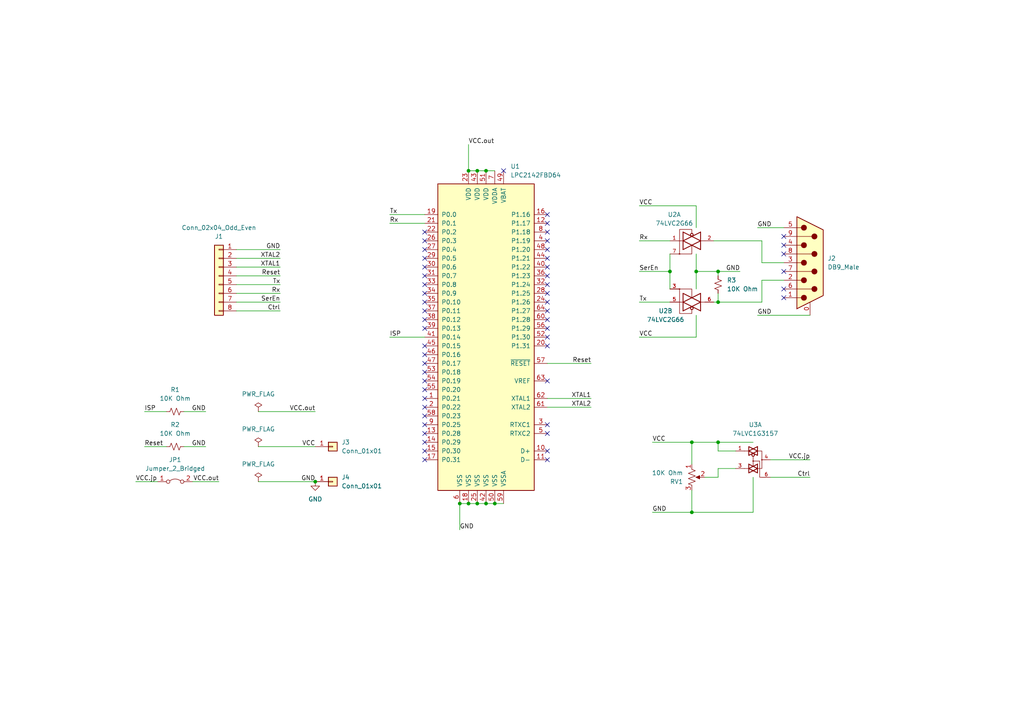
<source format=kicad_sch>
(kicad_sch (version 20211123) (generator eeschema)
  (paper "A4")
  (title_block (title "GlitchBob LPC") (date "2022-09-09") (rev "1.0"))
  (lib_symbols
    (symbol "74xGxx:74LVC1G3157" (pin_names (offset 1.016))
      (property "Reference" "U" (at -2.54 5.08 0))
      (property "Value" "74LVC1G3157" (at 0 -6.35 0))
      (symbol "74LVC1G3157_0_1"
        (circle (center -2.54 0) (radius 0.127))
        (circle (center 0 -0.381) (radius 0.127))
        (polyline (pts (xy -3.81 -5.08) (xy -2.54 -5.08)))
        (polyline (pts (xy -3.81 0) (xy -2.54 0)))
        (polyline (pts (xy 2.54 -2.54) (xy 1.27 -2.54)))
        (polyline (pts (xy 2.54 2.54) (xy 1.27 2.54)))
        (polyline (pts (xy 0 1.016) (xy 0 0) (xy 0 -1.905)))
        (polyline (pts (xy -1.27 -2.54) (xy 0 -3.175) (xy -1.27 -3.81) (xy -1.27 -2.54)) (stroke (width 0.254)))
        (polyline (pts (xy -1.27 -1.27) (xy -1.27 -2.54) (xy 0 -1.905) (xy -1.27 -1.27)) (stroke (width 0.254)))
        (polyline (pts (xy -1.27 2.54) (xy 0 1.905) (xy -1.27 1.27) (xy -1.27 2.54)) (stroke (width 0.254)))
        (polyline (pts (xy -1.27 3.81) (xy 0 3.175) (xy -1.27 2.54) (xy -1.27 3.81)) (stroke (width 0.254)))
        (polyline (pts (xy 0 -0.381) (xy -1.905 -0.381) (xy -1.905 -5.08) (xy -2.54 -5.08)))
        (polyline (pts (xy 1.27 -2.54) (xy 0 -3.175) (xy 1.27 -3.81) (xy 1.27 -2.54)) (stroke (width 0.254)))
        (polyline (pts (xy 1.27 -1.27) (xy 1.27 -2.54) (xy 0 -1.905) (xy 1.27 -1.27)) (stroke (width 0.254)))
        (polyline (pts (xy 1.27 2.54) (xy 1.27 1.27) (xy 0 1.905) (xy 1.27 2.54)) (stroke (width 0.254)))
        (polyline (pts (xy 1.27 2.54) (xy 1.27 3.81) (xy 0 3.175) (xy 1.27 2.54)) (stroke (width 0.254)))
        (polyline (pts (xy -1.27 2.54) (xy -2.54 2.54) (xy -2.54 0) (xy -2.54 -2.54) (xy -1.27 -2.54)))
        (circle (center 0 1.397) (radius 0.381) (stroke (width 0.254)))
        (pin power_in line (at 0 -5.08 270) (length 0) hide (name "GND") (number "2"))
        (pin power_in line (at 0 5.08 90) (length 0) hide (name "VCC") (number "5"))
      )
      (symbol "74LVC1G3157_1_1"
        (pin bidirectional line (at 5.08 2.54 180) (length 2.54) (name "~") (number "1"))
        (pin bidirectional line (at 5.08 -2.54 180) (length 2.54) (name "~") (number "3"))
        (pin bidirectional line (at -5.08 0 0) (length 2.54) (name "~") (number "4"))
        (pin input line (at -5.08 -5.08 0) (length 2.54) (name "~") (number "6"))
      )
      (symbol "74LVC1G3157_2_1"
        (pin bidirectional line (at -6.35 0 0) (length 2.54) (name "~") (number "1"))
        (pin input line (at 5.08 -5.08 180) (length 2.54) (name "~") (number "2"))
        (pin input line (at -6.35 -5.08 0) (length 2.54) (name "~") (number "5"))
        (pin bidirectional line (at 5.08 -2.54 180) (length 2.54) (name "~") (number "6"))
        (pin bidirectional line (at 5.08 2.54 180) (length 2.54) (name "~") (number "7"))
      )
    )
    (symbol "74xGxx:74LVC2G66" (pin_names (offset 1.016))
      (property "Reference" "U" (at -2.54 5.08 0))
      (property "Value" "74LVC2G66" (at 0 -5.08 0))
      (symbol "74LVC2G66_0_1"
        (circle (center -3.556 -3.81) (radius 0.127))
        (polyline (pts (xy -3.81 0) (xy -2.54 0)))
        (polyline (pts (xy -2.54 2.54) (xy -2.54 -2.54)) (stroke (width 0.254)))
        (polyline (pts (xy 2.54 0) (xy 3.81 0)))
        (polyline (pts (xy 2.54 2.54) (xy 2.54 -2.54)) (stroke (width 0.254)))
        (polyline (pts (xy -3.81 -3.81) (xy 0 -3.81) (xy 0 -1.27)))
        (polyline (pts (xy -2.54 -2.54) (xy 2.54 0) (xy -2.54 2.54)) (stroke (width 0.254)))
        (polyline (pts (xy 2.54 2.54) (xy -2.54 0) (xy 2.54 -2.54)) (stroke (width 0.254)))
        (polyline (pts (xy 0 2.159) (xy 0 3.302) (xy -3.556 3.302) (xy -3.556 -3.81)))
        (circle (center 0 1.778) (radius 0.381) (stroke (width 0.254)))
        (pin power_in line (at 1.27 -3.81 270) (length 0) hide (name "GND") (number "4"))
        (pin power_in line (at 1.27 3.81 90) (length 0) hide (name "VCC") (number "8"))
      )
      (symbol "74LVC2G66_1_1"
        (pin input line (at -6.35 0 0) (length 2.54) (name "~") (number "1"))
        (pin tri_state line (at 6.35 0 180) (length 2.54) (name "~") (number "2"))
        (pin input line (at -6.35 -3.81 0) (length 2.54) (name "~") (number "7"))
      )
      (symbol "74LVC2G66_2_1"
        (pin input line (at -6.35 -3.81 0) (length 2.54) (name "~") (number "3"))
        (pin input line (at -6.35 0 0) (length 2.54) (name "~") (number "5"))
        (pin tri_state line (at 6.35 0 180) (length 2.54) (name "~") (number "6"))
      )
    )
    (symbol "Connector:DB9_Male_MountingHoles" (pin_names (offset 1.016) hide)
      (property "Reference" "J" (at 0 16.51 0))
      (property "Value" "DB9_Male_MountingHoles" (at 0 14.605 0))
      (symbol "DB9_Male_MountingHoles_0_1"
        (circle (center -1.778 -10.16) (radius 0.762) (fill (type outline)))
        (circle (center -1.778 -5.08) (radius 0.762) (fill (type outline)))
        (circle (center -1.778 0) (radius 0.762) (fill (type outline)))
        (circle (center -1.778 5.08) (radius 0.762) (fill (type outline)))
        (circle (center -1.778 10.16) (radius 0.762) (fill (type outline)))
        (polyline (pts (xy -3.81 -10.16) (xy -2.54 -10.16)))
        (polyline (pts (xy -3.81 -7.62) (xy 0.508 -7.62)))
        (polyline (pts (xy -3.81 -5.08) (xy -2.54 -5.08)))
        (polyline (pts (xy -3.81 -2.54) (xy 0.508 -2.54)))
        (polyline (pts (xy -3.81 0) (xy -2.54 0)))
        (polyline (pts (xy -3.81 2.54) (xy 0.508 2.54)))
        (polyline (pts (xy -3.81 5.08) (xy -2.54 5.08)))
        (polyline (pts (xy -3.81 7.62) (xy 0.508 7.62)))
        (polyline (pts (xy -3.81 10.16) (xy -2.54 10.16)))
        (polyline (pts (xy -3.81 -13.335) (xy -3.81 13.335) (xy 3.81 9.525) (xy 3.81 -9.525) (xy -3.81 -13.335)) (stroke (width 0.254)) (fill (type background)))
        (circle (center 1.27 -7.62) (radius 0.762) (fill (type outline)))
        (circle (center 1.27 -2.54) (radius 0.762) (fill (type outline)))
        (circle (center 1.27 2.54) (radius 0.762) (fill (type outline)))
        (circle (center 1.27 7.62) (radius 0.762) (fill (type outline)))
      )
      (symbol "DB9_Male_MountingHoles_1_1"
        (pin passive line (at 0 -15.24 90) (length 3.81) (name "PAD") (number "0"))
        (pin passive line (at -7.62 -10.16 0) (length 3.81) (name "1") (number "1"))
        (pin passive line (at -7.62 -5.08 0) (length 3.81) (name "2") (number "2"))
        (pin passive line (at -7.62 0 0) (length 3.81) (name "3") (number "3"))
        (pin passive line (at -7.62 5.08 0) (length 3.81) (name "4") (number "4"))
        (pin passive line (at -7.62 10.16 0) (length 3.81) (name "5") (number "5"))
        (pin passive line (at -7.62 -7.62 0) (length 3.81) (name "6") (number "6"))
        (pin passive line (at -7.62 -2.54 0) (length 3.81) (name "7") (number "7"))
        (pin passive line (at -7.62 2.54 0) (length 3.81) (name "8") (number "8"))
        (pin passive line (at -7.62 7.62 0) (length 3.81) (name "9") (number "9"))
      )
    )
    (symbol "Connector_Generic:Conn_01x01" (pin_names (offset 1.016) hide)
      (property "Reference" "J" (at 0 2.54 0))
      (property "Value" "Conn_01x01" (at 0 -2.54 0))
      (symbol "Conn_01x01_1_1"
        (rectangle (start -1.27 0.127) (end 0 -0.127) (stroke (width 0.1524)))
        (rectangle (start -1.27 1.27) (end 1.27 -1.27) (stroke (width 0.254)) (fill (type background)))
        (pin passive line (at -5.08 0 0) (length 3.81) (name "Pin_1") (number "1"))
      )
    )
    (symbol "Connector_Generic:Conn_01x08" (pin_names (offset 1.016) hide)
      (property "Reference" "J" (at 0 10.16 0))
      (property "Value" "Conn_01x08" (at 0 -12.7 0))
      (symbol "Conn_01x08_1_1"
        (rectangle (start -1.27 -10.033) (end 0 -10.287) (stroke (width 0.1524)))
        (rectangle (start -1.27 -7.493) (end 0 -7.747) (stroke (width 0.1524)))
        (rectangle (start -1.27 -4.953) (end 0 -5.207) (stroke (width 0.1524)))
        (rectangle (start -1.27 -2.413) (end 0 -2.667) (stroke (width 0.1524)))
        (rectangle (start -1.27 0.127) (end 0 -0.127) (stroke (width 0.1524)))
        (rectangle (start -1.27 2.667) (end 0 2.413) (stroke (width 0.1524)))
        (rectangle (start -1.27 5.207) (end 0 4.953) (stroke (width 0.1524)))
        (rectangle (start -1.27 7.747) (end 0 7.493) (stroke (width 0.1524)))
        (rectangle (start -1.27 8.89) (end 1.27 -11.43) (stroke (width 0.254)) (fill (type background)))
        (pin passive line (at -5.08 7.62 0) (length 3.81) (name "Pin_1") (number "1"))
        (pin passive line (at -5.08 5.08 0) (length 3.81) (name "Pin_2") (number "2"))
        (pin passive line (at -5.08 2.54 0) (length 3.81) (name "Pin_3") (number "3"))
        (pin passive line (at -5.08 0 0) (length 3.81) (name "Pin_4") (number "4"))
        (pin passive line (at -5.08 -2.54 0) (length 3.81) (name "Pin_5") (number "5"))
        (pin passive line (at -5.08 -5.08 0) (length 3.81) (name "Pin_6") (number "6"))
        (pin passive line (at -5.08 -7.62 0) (length 3.81) (name "Pin_7") (number "7"))
        (pin passive line (at -5.08 -10.16 0) (length 3.81) (name "Pin_8") (number "8"))
      )
    )
    (symbol "Device:R_Potentiometer_US" (pin_names (offset 1.016) hide)
      (property "Reference" "RV" (at -4.445 0 90))
      (property "Value" "R_Potentiometer_US" (at -2.54 0 90))
      (symbol "R_Potentiometer_US_0_1"
        (polyline (pts (xy 0 -2.286) (xy 0 -2.54)))
        (polyline (pts (xy 0 2.54) (xy 0 2.286)))
        (polyline (pts (xy 2.54 0) (xy 1.524 0)))
        (polyline (pts (xy 1.143 0) (xy 2.286 0.508) (xy 2.286 -0.508) (xy 1.143 0)) (fill (type outline)))
        (polyline (pts (xy 0 -0.762) (xy 1.016 -1.143) (xy 0 -1.524) (xy -1.016 -1.905) (xy 0 -2.286)))
        (polyline (pts (xy 0 0.762) (xy 1.016 0.381) (xy 0 0) (xy -1.016 -0.381) (xy 0 -0.762)))
        (polyline (pts (xy 0 2.286) (xy 1.016 1.905) (xy 0 1.524) (xy -1.016 1.143) (xy 0 0.762)))
      )
      (symbol "R_Potentiometer_US_1_1"
        (pin passive line (at 0 3.81 270) (length 1.27) (name "1") (number "1"))
        (pin passive line (at 3.81 0 180) (length 1.27) (name "2") (number "2"))
        (pin passive line (at 0 -3.81 90) (length 1.27) (name "3") (number "3"))
      )
    )
    (symbol "Device:R_Small_US" (pin_numbers hide) (pin_names (offset 0.254) hide)
      (property "Reference" "R" (at 0.762 0.508 0))
      (property "Value" "R_Small_US" (at 0.762 -1.016 0))
      (symbol "R_Small_US_1_1"
        (polyline (pts (xy 0 0) (xy 1.016 -0.381) (xy 0 -0.762) (xy -1.016 -1.143) (xy 0 -1.524)))
        (polyline (pts (xy 0 1.524) (xy 1.016 1.143) (xy 0 0.762) (xy -1.016 0.381) (xy 0 0)))
        (pin passive line (at 0 2.54 270) (length 1.016) (name "~") (number "1"))
        (pin passive line (at 0 -2.54 90) (length 1.016) (name "~") (number "2"))
      )
    )
    (symbol "Jumper:Jumper_2_Bridged" (pin_names (offset 0) hide)
      (property "Reference" "JP" (at 0 1.905 0))
      (property "Value" "Jumper_2_Bridged" (at 0 -2.54 0))
      (symbol "Jumper_2_Bridged_0_0"
        (circle (center -2.032 0) (radius 0.508))
        (circle (center 2.032 0) (radius 0.508))
      )
      (symbol "Jumper_2_Bridged_0_1"
        (arc (start 1.524 0.254) (mid 0 0.762) (end -1.524 0.254))
      )
      (symbol "Jumper_2_Bridged_1_1"
        (pin passive line (at -5.08 0 0) (length 2.54) (name "A") (number "1"))
        (pin passive line (at 5.08 0 180) (length 2.54) (name "B") (number "2"))
      )
    )
    (symbol "MCU_NXP_LPC:LPC2142FBD64" (pin_names (offset 1.016))
      (property "Reference" "U" (at -12.7 46.99 0))
      (property "Value" "LPC2142FBD64" (at 13.97 46.99 0))
      (symbol "LPC2142FBD64_0_1"
        (rectangle (start 13.97 44.45) (end -13.97 -44.45) (stroke (width 0.254)) (fill (type background)))
      )
      (symbol "LPC2142FBD64_1_1"
        (pin bidirectional line (at -17.78 -17.78 0) (length 3.81) (name "P0.21") (number "1"))
        (pin bidirectional line (at 17.78 -33.02 180) (length 3.81) (name "D+") (number "10"))
        (pin bidirectional line (at 17.78 -35.56 180) (length 3.81) (name "D-") (number "11"))
        (pin bidirectional line (at 17.78 33.02 180) (length 3.81) (name "P1.17") (number "12"))
        (pin bidirectional line (at -17.78 -27.94 0) (length 3.81) (name "P0.28") (number "13"))
        (pin bidirectional line (at -17.78 -30.48 0) (length 3.81) (name "P0.29") (number "14"))
        (pin bidirectional line (at -17.78 -33.02 0) (length 3.81) (name "P0.30") (number "15"))
        (pin bidirectional line (at 17.78 35.56 180) (length 3.81) (name "P1.16") (number "16"))
        (pin output line (at -17.78 -35.56 0) (length 3.81) (name "P0.31") (number "17"))
        (pin power_in line (at -5.08 -48.26 90) (length 3.81) (name "VSS") (number "18"))
        (pin bidirectional line (at -17.78 35.56 0) (length 3.81) (name "P0.0") (number "19"))
        (pin bidirectional line (at -17.78 -20.32 0) (length 3.81) (name "P0.22") (number "2"))
        (pin bidirectional line (at 17.78 -2.54 180) (length 3.81) (name "P1.31") (number "20"))
        (pin bidirectional line (at -17.78 33.02 0) (length 3.81) (name "P0.1") (number "21"))
        (pin bidirectional line (at -17.78 30.48 0) (length 3.81) (name "P0.2") (number "22"))
        (pin power_in line (at -5.08 48.26 270) (length 3.81) (name "VDD") (number "23"))
        (pin bidirectional line (at 17.78 10.16 180) (length 3.81) (name "P1.26") (number "24"))
        (pin power_in line (at -2.54 -48.26 90) (length 3.81) (name "VSS") (number "25"))
        (pin bidirectional line (at -17.78 27.94 0) (length 3.81) (name "P0.3") (number "26"))
        (pin bidirectional line (at -17.78 25.4 0) (length 3.81) (name "P0.4") (number "27"))
        (pin bidirectional line (at 17.78 12.7 180) (length 3.81) (name "P1.25") (number "28"))
        (pin bidirectional line (at -17.78 22.86 0) (length 3.81) (name "P0.5") (number "29"))
        (pin input line (at 17.78 -25.4 180) (length 3.81) (name "RTXC1") (number "3"))
        (pin bidirectional line (at -17.78 20.32 0) (length 3.81) (name "P0.6") (number "30"))
        (pin bidirectional line (at -17.78 17.78 0) (length 3.81) (name "P0.7") (number "31"))
        (pin bidirectional line (at 17.78 15.24 180) (length 3.81) (name "P1.24") (number "32"))
        (pin bidirectional line (at -17.78 15.24 0) (length 3.81) (name "P0.8") (number "33"))
        (pin bidirectional line (at -17.78 12.7 0) (length 3.81) (name "P0.9") (number "34"))
        (pin bidirectional line (at -17.78 10.16 0) (length 3.81) (name "P0.10") (number "35"))
        (pin bidirectional line (at 17.78 17.78 180) (length 3.81) (name "P1.23") (number "36"))
        (pin bidirectional line (at -17.78 7.62 0) (length 3.81) (name "P0.11") (number "37"))
        (pin bidirectional line (at -17.78 5.08 0) (length 3.81) (name "P0.12") (number "38"))
        (pin bidirectional line (at -17.78 2.54 0) (length 3.81) (name "P0.13") (number "39"))
        (pin bidirectional line (at 17.78 27.94 180) (length 3.81) (name "P1.19") (number "4"))
        (pin bidirectional line (at 17.78 20.32 180) (length 3.81) (name "P1.22") (number "40"))
        (pin bidirectional line (at -17.78 0 0) (length 3.81) (name "P0.14") (number "41"))
        (pin power_in line (at 0 -48.26 90) (length 3.81) (name "VSS") (number "42"))
        (pin power_in line (at -2.54 48.26 270) (length 3.81) (name "VDD") (number "43"))
        (pin bidirectional line (at 17.78 22.86 180) (length 3.81) (name "P1.21") (number "44"))
        (pin bidirectional line (at -17.78 -2.54 0) (length 3.81) (name "P0.15") (number "45"))
        (pin bidirectional line (at -17.78 -5.08 0) (length 3.81) (name "P0.16") (number "46"))
        (pin bidirectional line (at -17.78 -7.62 0) (length 3.81) (name "P0.17") (number "47"))
        (pin bidirectional line (at 17.78 25.4 180) (length 3.81) (name "P1.20") (number "48"))
        (pin power_in line (at 5.08 48.26 270) (length 3.81) (name "VBAT") (number "49"))
        (pin output line (at 17.78 -27.94 180) (length 3.81) (name "RTXC2") (number "5"))
        (pin power_in line (at 2.54 -48.26 90) (length 3.81) (name "VSS") (number "50"))
        (pin power_in line (at 0 48.26 270) (length 3.81) (name "VDD") (number "51"))
        (pin bidirectional line (at 17.78 0 180) (length 3.81) (name "P1.30") (number "52"))
        (pin bidirectional line (at -17.78 -10.16 0) (length 3.81) (name "P0.18") (number "53"))
        (pin bidirectional line (at -17.78 -12.7 0) (length 3.81) (name "P0.19") (number "54"))
        (pin bidirectional line (at -17.78 -15.24 0) (length 3.81) (name "P0.20") (number "55"))
        (pin bidirectional line (at 17.78 2.54 180) (length 3.81) (name "P1.29") (number "56"))
        (pin input line (at 17.78 -7.62 180) (length 3.81) (name "~{RESET}") (number "57"))
        (pin bidirectional line (at -17.78 -22.86 0) (length 3.81) (name "P0.23") (number "58"))
        (pin power_in line (at 5.08 -48.26 90) (length 3.81) (name "VSSA") (number "59"))
        (pin power_in line (at -7.62 -48.26 90) (length 3.81) (name "VSS") (number "6"))
        (pin bidirectional line (at 17.78 5.08 180) (length 3.81) (name "P1.28") (number "60"))
        (pin output line (at 17.78 -20.32 180) (length 3.81) (name "XTAL2") (number "61"))
        (pin input line (at 17.78 -17.78 180) (length 3.81) (name "XTAL1") (number "62"))
        (pin input line (at 17.78 -12.7 180) (length 3.81) (name "VREF") (number "63"))
        (pin bidirectional line (at 17.78 7.62 180) (length 3.81) (name "P1.27") (number "64"))
        (pin power_in line (at 2.54 48.26 270) (length 3.81) (name "VDDA") (number "7"))
        (pin bidirectional line (at 17.78 30.48 180) (length 3.81) (name "P1.18") (number "8"))
        (pin bidirectional line (at -17.78 -25.4 0) (length 3.81) (name "P0.25") (number "9"))
      )
    )
    (symbol "power:GND" (power) (pin_names (offset 0))
      (property "Value" "GND" (at 0 -3.81 0))
      (symbol "GND_0_1"
        (polyline (pts (xy 0 0) (xy 0 -1.27) (xy 1.27 -1.27) (xy 0 -2.54) (xy -1.27 -1.27) (xy 0 -1.27)))
      )
      (symbol "GND_1_1"
        (pin power_in line (at 0 0 270) (length 0) hide (name "GND") (number "1"))
      )
    )
    (symbol "power:PWR_FLAG" (power) (pin_numbers hide) (pin_names (offset 0) hide)
      (property "Value" "PWR_FLAG" (at 0 3.81 0))
      (symbol "PWR_FLAG_0_0"
        (pin power_out line (at 0 0 90) (length 0) (name "pwr") (number "1"))
      )
      (symbol "PWR_FLAG_0_1"
        (polyline (pts (xy 0 0) (xy 0 1.27) (xy -1.016 1.905) (xy 0 2.54) (xy 1.016 1.905) (xy 0 1.27)))
      )
    )
  )
  (junction (at 143.51 146.05))
  (junction (at 208.28 128.27))
  (junction (at 140.97 146.05))
  (junction (at 194.31 78.74))
  (junction (at 138.43 49.53))
  (junction (at 208.28 87.63))
  (junction (at 135.89 49.53))
  (junction (at 200.66 148.59))
  (junction (at 201.93 78.74))
  (junction (at 138.43 146.05))
  (junction (at 135.89 146.05))
  (junction (at 140.97 49.53))
  (junction (at 200.66 128.27))
  (junction (at 91.44 139.7))
  (junction (at 133.35 146.05))
  (junction (at 208.28 78.74))
  (no_connect (at 227.33 86.36))
  (no_connect (at 227.33 71.12))
  (no_connect (at 123.19 82.55))
  (no_connect (at 227.33 68.58))
  (no_connect (at 227.33 78.74))
  (no_connect (at 123.19 80.01))
  (no_connect (at 146.05 49.53))
  (no_connect (at 123.19 77.47))
  (no_connect (at 227.33 73.66))
  (no_connect (at 123.19 67.31))
  (no_connect (at 227.33 83.82))
  (no_connect (at 123.19 72.39))
  (no_connect (at 123.19 74.93))
  (no_connect (at 123.19 69.85))
  (no_connect (at 158.75 72.39))
  (no_connect (at 158.75 69.85))
  (no_connect (at 158.75 67.31))
  (no_connect (at 158.75 64.77))
  (no_connect (at 158.75 62.23))
  (no_connect (at 158.75 97.79))
  (no_connect (at 158.75 95.25))
  (no_connect (at 158.75 92.71))
  (no_connect (at 158.75 90.17))
  (no_connect (at 158.75 87.63))
  (no_connect (at 158.75 85.09))
  (no_connect (at 158.75 82.55))
  (no_connect (at 158.75 80.01))
  (no_connect (at 158.75 77.47))
  (no_connect (at 158.75 74.93))
  (no_connect (at 123.19 85.09))
  (no_connect (at 123.19 87.63))
  (no_connect (at 123.19 90.17))
  (no_connect (at 123.19 92.71))
  (no_connect (at 123.19 95.25))
  (no_connect (at 123.19 113.03))
  (no_connect (at 123.19 115.57))
  (no_connect (at 123.19 118.11))
  (no_connect (at 123.19 120.65))
  (no_connect (at 123.19 123.19))
  (no_connect (at 123.19 125.73))
  (no_connect (at 123.19 128.27))
  (no_connect (at 123.19 130.81))
  (no_connect (at 123.19 133.35))
  (no_connect (at 158.75 133.35))
  (no_connect (at 158.75 130.81))
  (no_connect (at 158.75 125.73))
  (no_connect (at 158.75 123.19))
  (no_connect (at 158.75 110.49))
  (no_connect (at 158.75 100.33))
  (no_connect (at 123.19 110.49))
  (no_connect (at 123.19 100.33))
  (no_connect (at 123.19 102.87))
  (no_connect (at 123.19 105.41))
  (no_connect (at 123.19 107.95))
  (wire (pts (xy 74.93 139.7) (xy 91.44 139.7)))
  (wire (pts (xy 185.42 97.79) (xy 201.93 97.79)))
  (wire (pts (xy 81.28 90.17) (xy 68.58 90.17)))
  (wire (pts (xy 208.28 130.81) (xy 208.28 128.27)))
  (wire (pts (xy 200.66 148.59) (xy 189.23 148.59)))
  (wire (pts (xy 140.97 49.53) (xy 143.51 49.53)))
  (wire (pts (xy 200.66 142.24) (xy 200.66 148.59)))
  (wire (pts (xy 133.35 146.05) (xy 135.89 146.05)))
  (wire (pts (xy 185.42 78.74) (xy 194.31 78.74)))
  (wire (pts (xy 138.43 49.53) (xy 140.97 49.53)))
  (wire (pts (xy 208.28 78.74) (xy 208.28 80.01)))
  (wire (pts (xy 171.45 115.57) (xy 158.75 115.57)))
  (wire (pts (xy 53.34 119.38) (xy 59.69 119.38)))
  (wire (pts (xy 55.88 139.7) (xy 63.5 139.7)))
  (wire (pts (xy 68.58 87.63) (xy 81.28 87.63)))
  (wire (pts (xy 223.52 138.43) (xy 234.95 138.43)))
  (wire (pts (xy 113.03 97.79) (xy 123.19 97.79)))
  (wire (pts (xy 213.36 135.89) (xy 208.28 135.89)))
  (wire (pts (xy 91.44 119.38) (xy 74.93 119.38)))
  (wire (pts (xy 204.47 138.43) (xy 208.28 138.43)))
  (wire (pts (xy 81.28 80.01) (xy 68.58 80.01)))
  (wire (pts (xy 143.51 146.05) (xy 146.05 146.05)))
  (wire (pts (xy 185.42 69.85) (xy 194.31 69.85)))
  (wire (pts (xy 223.52 133.35) (xy 234.95 133.35)))
  (wire (pts (xy 68.58 74.93) (xy 81.28 74.93)))
  (wire (pts (xy 113.03 62.23) (xy 123.19 62.23)))
  (wire (pts (xy 207.01 87.63) (xy 208.28 87.63)))
  (wire (pts (xy 68.58 85.09) (xy 81.28 85.09)))
  (wire (pts (xy 201.93 91.44) (xy 201.93 97.79)))
  (wire (pts (xy 220.98 81.28) (xy 227.33 81.28)))
  (wire (pts (xy 208.28 78.74) (xy 214.63 78.74)))
  (wire (pts (xy 135.89 146.05) (xy 138.43 146.05)))
  (wire (pts (xy 185.42 87.63) (xy 194.31 87.63)))
  (wire (pts (xy 91.44 129.54) (xy 74.93 129.54)))
  (wire (pts (xy 218.44 148.59) (xy 200.66 148.59)))
  (wire (pts (xy 41.91 119.38) (xy 48.26 119.38)))
  (wire (pts (xy 194.31 73.66) (xy 194.31 78.74)))
  (wire (pts (xy 220.98 81.28) (xy 220.98 87.63)))
  (wire (pts (xy 208.28 128.27) (xy 218.44 128.27)))
  (wire (pts (xy 227.33 76.2) (xy 220.98 76.2)))
  (wire (pts (xy 81.28 72.39) (xy 68.58 72.39)))
  (wire (pts (xy 220.98 76.2) (xy 220.98 69.85)))
  (wire (pts (xy 208.28 138.43) (xy 208.28 135.89)))
  (wire (pts (xy 189.23 128.27) (xy 200.66 128.27)))
  (wire (pts (xy 208.28 130.81) (xy 213.36 130.81)))
  (wire (pts (xy 113.03 64.77) (xy 123.19 64.77)))
  (wire (pts (xy 41.91 129.54) (xy 48.26 129.54)))
  (wire (pts (xy 208.28 87.63) (xy 220.98 87.63)))
  (wire (pts (xy 135.89 49.53) (xy 138.43 49.53)))
  (wire (pts (xy 201.93 73.66) (xy 201.93 78.74)))
  (wire (pts (xy 138.43 146.05) (xy 140.97 146.05)))
  (wire (pts (xy 158.75 118.11) (xy 171.45 118.11)))
  (wire (pts (xy 53.34 129.54) (xy 59.69 129.54)))
  (wire (pts (xy 81.28 82.55) (xy 68.58 82.55)))
  (wire (pts (xy 200.66 134.62) (xy 200.66 128.27)))
  (wire (pts (xy 194.31 78.74) (xy 194.31 83.82)))
  (wire (pts (xy 39.37 139.7) (xy 45.72 139.7)))
  (wire (pts (xy 68.58 77.47) (xy 81.28 77.47)))
  (wire (pts (xy 200.66 128.27) (xy 208.28 128.27)))
  (wire (pts (xy 133.35 146.05) (xy 133.35 153.67)))
  (wire (pts (xy 219.71 91.44) (xy 234.95 91.44)))
  (wire (pts (xy 220.98 69.85) (xy 207.01 69.85)))
  (wire (pts (xy 201.93 78.74) (xy 208.28 78.74)))
  (wire (pts (xy 208.28 85.09) (xy 208.28 87.63)))
  (wire (pts (xy 185.42 59.69) (xy 201.93 59.69)))
  (wire (pts (xy 201.93 59.69) (xy 201.93 66.04)))
  (wire (pts (xy 140.97 146.05) (xy 143.51 146.05)))
  (wire (pts (xy 219.71 66.04) (xy 227.33 66.04)))
  (wire (pts (xy 171.45 105.41) (xy 158.75 105.41)))
  (wire (pts (xy 135.89 41.91) (xy 135.89 49.53)))
  (wire (pts (xy 218.44 138.43) (xy 218.44 148.59)))
  (wire (pts (xy 201.93 78.74) (xy 201.93 83.82)))
  (label "Reset" (at 41.91 129.54 0))
  (label "VCC.jp" (at 39.37 139.7 0))
  (label "VCC.out" (at 91.44 119.38 180))
  (label "GND" (at 219.71 66.04 0))
  (label "ISP" (at 113.03 97.79 0))
  (label "Ctrl" (at 234.95 138.43 180))
  (label "GND" (at 81.28 72.39 180))
  (label "SerEn" (at 185.42 78.74 0))
  (label "Tx" (at 185.42 87.63 0))
  (label "GND" (at 189.23 148.59 0))
  (label "VCC" (at 185.42 97.79 0))
  (label "ISP" (at 41.91 119.38 0))
  (label "Rx" (at 81.28 85.09 180))
  (label "XTAL1" (at 171.45 115.57 180))
  (label "Rx" (at 185.42 69.85 0))
  (label "GND" (at 219.71 91.44 0))
  (label "GND" (at 59.69 129.54 180))
  (label "Reset" (at 81.28 80.01 180))
  (label "XTAL2" (at 171.45 118.11 180))
  (label "VCC" (at 91.44 129.54 180))
  (label "VCC" (at 185.42 59.69 0))
  (label "XTAL2" (at 81.28 74.93 180))
  (label "SerEn" (at 81.28 87.63 180))
  (label "GND" (at 214.63 78.74 180))
  (label "Reset" (at 171.45 105.41 180))
  (label "VCC.out" (at 63.5 139.7 180))
  (label "Tx" (at 113.03 62.23 0))
  (label "Tx" (at 81.28 82.55 180))
  (label "VCC.out" (at 135.89 41.91 0))
  (label "Ctrl" (at 81.28 90.17 180))
  (label "VCC.jp" (at 234.95 133.35 180))
  (label "GND" (at 133.35 153.67 0))
  (label "GND" (at 91.44 139.7 180))
  (label "VCC" (at 189.23 128.27 0))
  (label "GND" (at 59.69 119.38 180))
  (label "XTAL1" (at 81.28 77.47 180))
  (label "Rx" (at 113.03 64.77 0))
  (symbol (lib_id "Connector_Generic:Conn_01x01") (at 96.52 139.7 0) (unit 1)
    (property "Reference" "J4" (at 99.06 138.4299 0) (effects (justify left)))
    (property "Value" "Conn_01x01" (at 99.06 140.9699 0) (effects (justify left)))
    (property "Footprint" "Connector_PinHeader_2.54mm:PinHeader_1x01_P2.54mm_Vertical" (effects hide))
  )
  (symbol (lib_id "power:PWR_FLAG") (at 74.93 119.38 0) (unit 1)
    (property "Reference" "#FLG01" (effects hide))
    (property "Value" "PWR_FLAG" (at 74.93 114.3 0))
  )
  (symbol (lib_id "74xGxx:74LVC2G66") (at 200.66 69.85 0) (unit 1)
    (property "Reference" "U2" (at 195.58 62.23 0))
    (property "Value" "74LVC2G66" (at 195.58 64.77 0))
    (property "Footprint" "Package_SO:TSSOP-8_3x3mm_P0.65mm" (effects hide))
    (property "Datasheet" "http://www.ti.com/lit/sg/scyt129e/scyt129e.pdf" (effects hide))
  )
  (symbol (lib_id "Device:R_Small_US") (at 50.8 129.54 90) (unit 1)
    (property "Reference" "R2" (at 50.8 123.19 90))
    (property "Value" "10K Ohm" (at 50.8 125.73 90))
    (property "Footprint" "Resistor_SMD:R_0805_2012Metric" (effects hide))
  )
  (symbol (lib_id "Device:R_Small_US") (at 208.28 82.55 180) (unit 1)
    (property "Reference" "R3" (at 210.82 81.2799 0) (effects (justify right)))
    (property "Value" "10K Ohm" (at 210.82 83.8199 0) (effects (justify right)))
    (property "Footprint" "Resistor_SMD:R_0805_2012Metric" (effects hide))
  )
  (symbol (lib_id "Jumper:Jumper_2_Bridged") (at 50.8 139.7 0) (unit 1)
    (property "Reference" "JP1" (at 50.8 133.35 0))
    (property "Value" "Jumper_2_Bridged" (at 50.8 135.89 0))
    (property "Footprint" "Connector_PinHeader_2.54mm:PinHeader_1x02_P2.54mm_Vertical" (effects hide))
  )
  (symbol (lib_id "74xGxx:74LVC2G66") (at 200.66 87.63 0) (mirror x) (unit 2)
    (property "Reference" "U2" (at 193.04 90.17 0))
    (property "Value" "74LVC2G66" (at 193.04 92.71 0))
    (property "Footprint" "Package_SO:TSSOP-8_3x3mm_P0.65mm" (effects hide))
    (property "Datasheet" "http://www.ti.com/lit/sg/scyt129e/scyt129e.pdf" (effects hide))
  )
  (symbol (lib_id "Device:R_Small_US") (at 50.8 119.38 90) (unit 1)
    (property "Reference" "R1" (at 50.8 113.03 90))
    (property "Value" "10K Ohm" (at 50.8 115.57 90))
    (property "Footprint" "Resistor_SMD:R_0805_2012Metric" (effects hide))
  )
  (symbol (lib_id "MCU_NXP_LPC:LPC2142FBD64") (at 140.97 97.79 0) (unit 1)
    (property "Reference" "U1" (at 148.0694 48.26 0) (effects (justify left)))
    (property "Value" "LPC2142FBD64" (at 148.0694 50.8 0) (effects (justify left)))
    (property "Footprint" "Package_QFP:LQFP-64_10x10mm_P0.5mm" (effects hide))
    (property "Datasheet" "http://www.nxp.com/documents/data_sheet/LPC2141_42_44_46_48.pdf" (effects hide))
  )
  (symbol (lib_id "74xGxx:74LVC1G3157") (at 218.44 133.35 0) (mirror y) (unit 1)
    (property "Reference" "U3" (at 219.075 123.19 0))
    (property "Value" "74LVC1G3157" (at 219.075 125.73 0))
    (property "Footprint" "Package_SO:TSOP-6_1.65x3.05mm_P0.95mm" (effects hide))
    (property "Datasheet" "http://www.ti.com/lit/sg/scyt129e/scyt129e.pdf" (effects hide))
  )
  (symbol (lib_id "power:PWR_FLAG") (at 74.93 139.7 0) (unit 1)
    (property "Reference" "#FLG03" (effects hide))
    (property "Value" "PWR_FLAG" (at 74.93 134.62 0))
  )
  (symbol (lib_id "Connector:DB9_Male_MountingHoles") (at 234.95 76.2 0) (unit 1)
    (property "Reference" "J2" (at 240.03 74.9299 0) (effects (justify left)))
    (property "Value" "DB9_Male" (at 240.03 77.4699 0) (effects (justify left)))
    (property "Footprint" "Connector_Dsub:DSUB-9_Male_Horizontal_P2.77x2.84mm_EdgePinOffset7.70mm_Housed_MountingHolesOffset9.12mm" (effects hide))
    (property "Datasheet" " ~" (effects hide))
  )
  (symbol (lib_id "Connector_Generic:Conn_01x08") (at 63.5 80.01 0) (mirror y) (unit 1)
    (property "Reference" "J1" (at 63.5 68.58 0))
    (property "Value" "Conn_02x04_Odd_Even" (at 63.5 66.04 0))
    (property "Footprint" "Connector_PinHeader_2.54mm:PinHeader_1x08_P2.54mm_Vertical" (effects hide))
  )
  (symbol (lib_id "power:PWR_FLAG") (at 74.93 129.54 0) (unit 1)
    (property "Reference" "#FLG02" (effects hide))
    (property "Value" "PWR_FLAG" (at 74.93 124.46 0))
  )
  (symbol (lib_id "Connector_Generic:Conn_01x01") (at 96.52 129.54 0) (unit 1)
    (property "Reference" "J3" (at 99.06 128.2699 0) (effects (justify left)))
    (property "Value" "Conn_01x01" (at 99.06 130.8099 0) (effects (justify left)))
    (property "Footprint" "Connector_PinHeader_2.54mm:PinHeader_1x01_P2.54mm_Vertical" (effects hide))
  )
  (symbol (lib_id "power:GND") (at 91.44 139.7 0) (unit 1)
    (property "Reference" "#PWR01" (effects hide))
    (property "Value" "GND" (at 91.44 144.78 0))
  )
  (symbol (lib_id "Device:R_Potentiometer_US") (at 200.66 138.43 0) (unit 1)
    (property "Reference" "RV1" (at 198.12 139.7001 0) (effects (justify right)))
    (property "Value" "10K Ohm" (at 198.12 137.1601 0) (effects (justify right)))
    (property "Footprint" "Potentiometer_THT:Potentiometer_Alps_RK09K_Single_Vertical" (effects hide))
    (property "Datasheet" "https://www.mouser.com/datasheet/2/670/pt01-2887518.pdf" (effects hide))
  )
)
</source>
